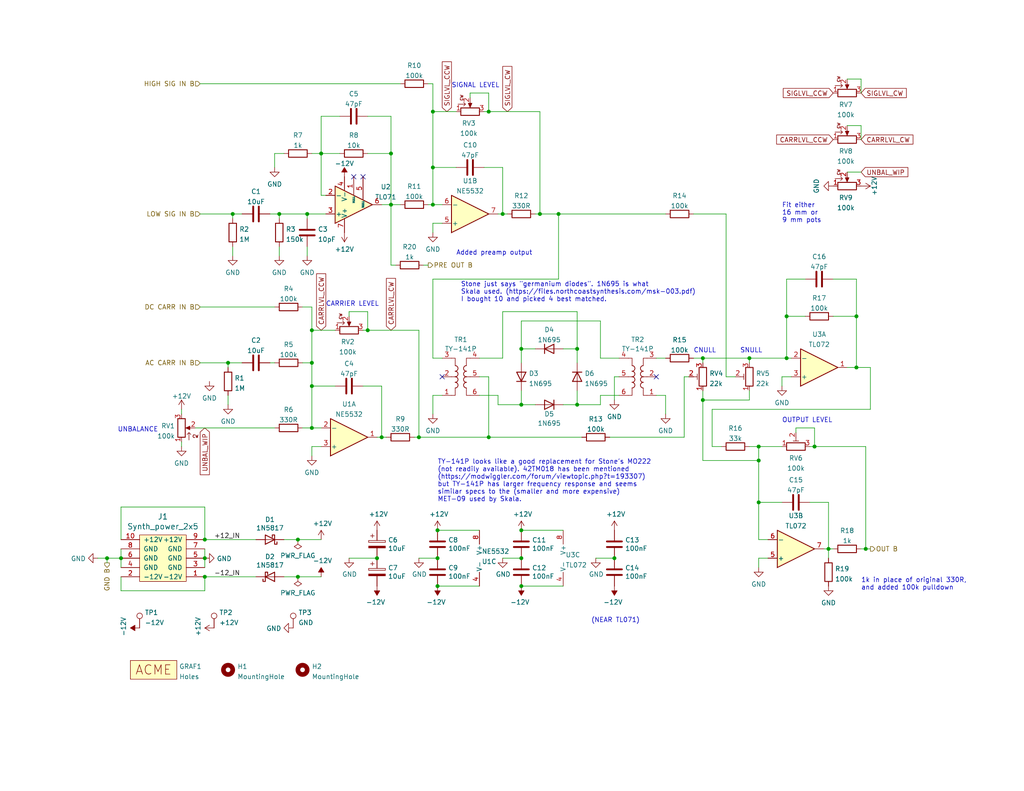
<source format=kicad_sch>
(kicad_sch (version 20210621) (generator eeschema)
  (paper "USLetter")
  (title_block (title "Active Real Ring Modulator") (date "2021-11-20") (company "Rich Holmes / Analog Output") (comment 1 "or neighboring rights to this work. Published from United States.") (comment 2 "To the extent possible under law, Richard Holmes has waived all copyright and related ") (comment 3 "Circuit design by Ken Stone."))
  (junction (at 207.01 125.73))
  (junction (at 142.24 144.78))
  (junction (at 76.2 58.42))
  (junction (at 85.09 99.06))
  (junction (at 102.87 152.4))
  (junction (at 29.21 152.4))
  (junction (at 233.68 86.36))
  (junction (at 119.38 160.02))
  (junction (at 118.11 55.88))
  (junction (at 236.22 149.86))
  (junction (at 118.11 45.72))
  (junction (at 167.64 152.4))
  (junction (at 118.11 30.48))
  (junction (at 133.35 30.48))
  (junction (at 222.25 121.92))
  (junction (at 85.09 90.17))
  (junction (at 233.68 100.33))
  (junction (at 157.48 110.49))
  (junction (at 191.77 97.79))
  (junction (at 214.63 86.36))
  (junction (at 207.01 121.92))
  (junction (at 147.32 58.42))
  (junction (at 33.02 152.4))
  (junction (at 81.28 147.32))
  (junction (at 204.47 97.79))
  (junction (at 62.23 99.06))
  (junction (at 83.82 58.42))
  (junction (at 81.28 157.48))
  (junction (at 119.38 152.4))
  (junction (at 214.63 97.79))
  (junction (at 137.16 58.42))
  (junction (at 114.3 119.38))
  (junction (at 104.14 119.38))
  (junction (at 55.88 152.4))
  (junction (at 157.48 95.25))
  (junction (at 63.5 58.42))
  (junction (at 142.24 152.4))
  (junction (at 152.4 58.42))
  (junction (at 142.24 160.02))
  (junction (at 119.38 144.78))
  (junction (at 85.09 116.84))
  (junction (at 142.24 110.49))
  (junction (at 191.77 109.22))
  (junction (at 100.33 90.17))
  (junction (at 226.06 149.86))
  (junction (at 87.63 41.91))
  (junction (at 207.01 137.16))
  (junction (at 106.68 41.91))
  (junction (at 142.24 95.25))
  (junction (at 55.88 147.32))
  (junction (at 55.88 157.48))
  (junction (at 85.09 105.41))
  (junction (at 106.68 55.88))
  (junction (at 133.35 119.38))
  (no_connect (at 96.52 48.26))
  (no_connect (at 99.06 48.26))
  (no_connect (at 179.07 102.87))
  (no_connect (at 120.65 102.87))
  (wire (pts (xy 163.83 87.63) (xy 163.83 97.79)))
  (wire (pts (xy 191.77 109.22) (xy 191.77 125.73)))
  (wire (pts (xy 88.9 53.34) (xy 87.63 53.34)))
  (wire (pts (xy 163.83 97.79) (xy 168.91 97.79)))
  (wire (pts (xy 233.68 86.36) (xy 233.68 100.33)))
  (wire (pts (xy 236.22 121.92) (xy 236.22 149.86)))
  (wire (pts (xy 142.24 95.25) (xy 142.24 99.06)))
  (wire (pts (xy 106.68 55.88) (xy 106.68 72.39)))
  (wire (pts (xy 106.68 72.39) (xy 107.95 72.39)))
  (wire (pts (xy 54.61 99.06) (xy 62.23 99.06)))
  (wire (pts (xy 55.88 152.4) (xy 55.88 154.94)))
  (wire (pts (xy 234.95 34.29) (xy 234.95 38.1)))
  (wire (pts (xy 132.08 45.72) (xy 137.16 45.72)))
  (wire (pts (xy 222.25 121.92) (xy 236.22 121.92)))
  (wire (pts (xy 118.11 30.48) (xy 124.46 30.48)))
  (wire (pts (xy 207.01 125.73) (xy 207.01 137.16)))
  (wire (pts (xy 118.11 76.2) (xy 118.11 97.79)))
  (wire (pts (xy 53.34 116.84) (xy 74.93 116.84)))
  (wire (pts (xy 118.11 30.48) (xy 118.11 45.72)))
  (wire (pts (xy 114.3 119.38) (xy 133.35 119.38)))
  (wire (pts (xy 233.68 100.33) (xy 237.49 100.33)))
  (wire (pts (xy 137.16 45.72) (xy 137.16 58.42)))
  (wire (pts (xy 152.4 76.2) (xy 118.11 76.2)))
  (wire (pts (xy 137.16 85.09) (xy 157.48 85.09)))
  (wire (pts (xy 77.47 157.48) (xy 81.28 157.48)))
  (wire (pts (xy 85.09 90.17) (xy 85.09 99.06)))
  (wire (pts (xy 55.88 161.29) (xy 55.88 157.48)))
  (wire (pts (xy 118.11 45.72) (xy 124.46 45.72)))
  (wire (pts (xy 146.05 95.25) (xy 142.24 95.25)))
  (wire (pts (xy 191.77 97.79) (xy 191.77 99.06)))
  (wire (pts (xy 74.93 41.91) (xy 77.47 41.91)))
  (wire (pts (xy 220.98 137.16) (xy 226.06 137.16)))
  (wire (pts (xy 236.22 149.86) (xy 234.95 149.86)))
  (wire (pts (xy 81.28 157.48) (xy 87.63 157.48)))
  (wire (pts (xy 130.81 97.79) (xy 137.16 97.79)))
  (wire (pts (xy 119.38 144.78) (xy 130.81 144.78)))
  (wire (pts (xy 133.35 102.87) (xy 133.35 119.38)))
  (wire (pts (xy 157.48 95.25) (xy 153.67 95.25)))
  (wire (pts (xy 118.11 22.86) (xy 118.11 30.48)))
  (wire (pts (xy 217.17 118.11) (xy 217.17 116.84)))
  (wire (pts (xy 120.65 60.96) (xy 118.11 60.96)))
  (wire (pts (xy 113.03 119.38) (xy 114.3 119.38)))
  (wire (pts (xy 63.5 67.31) (xy 63.5 69.85)))
  (wire (pts (xy 179.07 97.79) (xy 181.61 97.79)))
  (wire (pts (xy 106.68 41.91) (xy 106.68 55.88)))
  (wire (pts (xy 73.66 99.06) (xy 74.93 99.06)))
  (wire (pts (xy 118.11 55.88) (xy 116.84 55.88)))
  (wire (pts (xy 54.61 22.86) (xy 109.22 22.86)))
  (wire (pts (xy 85.09 105.41) (xy 85.09 116.84)))
  (wire (pts (xy 138.43 58.42) (xy 137.16 58.42)))
  (wire (pts (xy 204.47 106.68) (xy 204.47 109.22)))
  (wire (pts (xy 157.48 110.49) (xy 157.48 106.68)))
  (wire (pts (xy 102.87 119.38) (xy 104.14 119.38)))
  (wire (pts (xy 137.16 97.79) (xy 137.16 85.09)))
  (wire (pts (xy 226.06 149.86) (xy 226.06 152.4)))
  (wire (pts (xy 104.14 119.38) (xy 105.41 119.38)))
  (wire (pts (xy 204.47 109.22) (xy 191.77 109.22)))
  (wire (pts (xy 63.5 58.42) (xy 66.04 58.42)))
  (wire (pts (xy 137.16 152.4) (xy 142.24 152.4)))
  (wire (pts (xy 33.02 152.4) (xy 33.02 154.94)))
  (wire (pts (xy 194.31 111.76) (xy 194.31 121.92)))
  (wire (pts (xy 62.23 99.06) (xy 62.23 100.33)))
  (wire (pts (xy 168.91 107.95) (xy 163.83 107.95)))
  (wire (pts (xy 81.28 147.32) (xy 87.63 147.32)))
  (wire (pts (xy 135.89 110.49) (xy 142.24 110.49)))
  (wire (pts (xy 87.63 41.91) (xy 87.63 31.75)))
  (wire (pts (xy 85.09 121.92) (xy 87.63 121.92)))
  (wire (pts (xy 231.14 100.33) (xy 233.68 100.33)))
  (wire (pts (xy 55.88 147.32) (xy 69.85 147.32)))
  (wire (pts (xy 115.57 72.39) (xy 116.84 72.39)))
  (wire (pts (xy 236.22 149.86) (xy 237.49 149.86)))
  (wire (pts (xy 147.32 58.42) (xy 152.4 58.42)))
  (wire (pts (xy 114.3 90.17) (xy 114.3 119.38)))
  (wire (pts (xy 104.14 105.41) (xy 104.14 119.38)))
  (wire (pts (xy 222.25 116.84) (xy 222.25 121.92)))
  (wire (pts (xy 106.68 55.88) (xy 104.14 55.88)))
  (wire (pts (xy 85.09 90.17) (xy 91.44 90.17)))
  (wire (pts (xy 133.35 30.48) (xy 147.32 30.48)))
  (wire (pts (xy 181.61 107.95) (xy 181.61 113.03)))
  (wire (pts (xy 33.02 157.48) (xy 33.02 161.29)))
  (wire (pts (xy 100.33 41.91) (xy 106.68 41.91)))
  (wire (pts (xy 82.55 99.06) (xy 85.09 99.06)))
  (wire (pts (xy 76.2 58.42) (xy 83.82 58.42)))
  (wire (pts (xy 207.01 137.16) (xy 207.01 147.32)))
  (wire (pts (xy 217.17 116.84) (xy 222.25 116.84)))
  (wire (pts (xy 207.01 152.4) (xy 207.01 154.94)))
  (wire (pts (xy 226.06 149.86) (xy 224.79 149.86)))
  (wire (pts (xy 85.09 83.82) (xy 85.09 90.17)))
  (wire (pts (xy 100.33 90.17) (xy 114.3 90.17)))
  (wire (pts (xy 191.77 125.73) (xy 207.01 125.73)))
  (wire (pts (xy 207.01 137.16) (xy 213.36 137.16)))
  (wire (pts (xy 227.33 149.86) (xy 226.06 149.86)))
  (wire (pts (xy 82.55 116.84) (xy 85.09 116.84)))
  (wire (pts (xy 83.82 58.42) (xy 88.9 58.42)))
  (wire (pts (xy 130.81 107.95) (xy 135.89 107.95)))
  (wire (pts (xy 186.69 119.38) (xy 186.69 102.87)))
  (wire (pts (xy 189.23 97.79) (xy 191.77 97.79)))
  (wire (pts (xy 214.63 76.2) (xy 214.63 86.36)))
  (wire (pts (xy 29.21 152.4) (xy 33.02 152.4)))
  (wire (pts (xy 26.67 152.4) (xy 29.21 152.4)))
  (wire (pts (xy 157.48 85.09) (xy 157.48 95.25)))
  (wire (pts (xy 214.63 86.36) (xy 219.71 86.36)))
  (wire (pts (xy 207.01 121.92) (xy 207.01 125.73)))
  (wire (pts (xy 152.4 58.42) (xy 181.61 58.42)))
  (wire (pts (xy 186.69 102.87) (xy 187.96 102.87)))
  (wire (pts (xy 227.33 76.2) (xy 233.68 76.2)))
  (wire (pts (xy 142.24 110.49) (xy 146.05 110.49)))
  (wire (pts (xy 213.36 105.41) (xy 213.36 102.87)))
  (wire (pts (xy 118.11 97.79) (xy 120.65 97.79)))
  (wire (pts (xy 77.47 147.32) (xy 81.28 147.32)))
  (wire (pts (xy 213.36 102.87) (xy 215.9 102.87)))
  (wire (pts (xy 62.23 99.06) (xy 66.04 99.06)))
  (wire (pts (xy 191.77 97.79) (xy 204.47 97.79)))
  (wire (pts (xy 207.01 121.92) (xy 213.36 121.92)))
  (wire (pts (xy 198.12 58.42) (xy 198.12 102.87)))
  (wire (pts (xy 220.98 121.92) (xy 222.25 121.92)))
  (wire (pts (xy 209.55 152.4) (xy 207.01 152.4)))
  (wire (pts (xy 118.11 107.95) (xy 118.11 113.03)))
  (wire (pts (xy 137.16 58.42) (xy 135.89 58.42)))
  (wire (pts (xy 204.47 97.79) (xy 214.63 97.79)))
  (wire (pts (xy 95.25 152.4) (xy 102.87 152.4)))
  (wire (pts (xy 227.33 86.36) (xy 233.68 86.36)))
  (wire (pts (xy 214.63 86.36) (xy 214.63 97.79)))
  (wire (pts (xy 132.08 30.48) (xy 133.35 30.48)))
  (wire (pts (xy 54.61 83.82) (xy 74.93 83.82)))
  (wire (pts (xy 135.89 107.95) (xy 135.89 110.49)))
  (wire (pts (xy 226.06 137.16) (xy 226.06 149.86)))
  (wire (pts (xy 128.27 25.4) (xy 128.27 26.67)))
  (wire (pts (xy 76.2 67.31) (xy 76.2 69.85)))
  (wire (pts (xy 231.14 21.59) (xy 234.95 21.59)))
  (wire (pts (xy 234.95 21.59) (xy 234.95 25.4)))
  (wire (pts (xy 55.88 138.43) (xy 55.88 147.32)))
  (wire (pts (xy 142.24 106.68) (xy 142.24 110.49)))
  (wire (pts (xy 119.38 160.02) (xy 130.81 160.02)))
  (wire (pts (xy 153.67 110.49) (xy 157.48 110.49)))
  (wire (pts (xy 147.32 58.42) (xy 146.05 58.42)))
  (wire (pts (xy 167.64 102.87) (xy 167.64 109.22)))
  (wire (pts (xy 100.33 31.75) (xy 106.68 31.75)))
  (wire (pts (xy 82.55 83.82) (xy 85.09 83.82)))
  (wire (pts (xy 29.21 152.4) (xy 29.21 153.67)))
  (wire (pts (xy 207.01 147.32) (xy 209.55 147.32)))
  (wire (pts (xy 87.63 41.91) (xy 87.63 53.34)))
  (wire (pts (xy 237.49 100.33) (xy 237.49 111.76)))
  (wire (pts (xy 157.48 99.06) (xy 157.48 95.25)))
  (wire (pts (xy 162.56 152.4) (xy 167.64 152.4)))
  (wire (pts (xy 214.63 76.2) (xy 219.71 76.2)))
  (wire (pts (xy 128.27 25.4) (xy 133.35 25.4)))
  (wire (pts (xy 168.91 102.87) (xy 167.64 102.87)))
  (wire (pts (xy 83.82 58.42) (xy 83.82 59.69)))
  (wire (pts (xy 83.82 67.31) (xy 83.82 69.85)))
  (wire (pts (xy 85.09 116.84) (xy 87.63 116.84)))
  (wire (pts (xy 163.83 110.49) (xy 157.48 110.49)))
  (wire (pts (xy 62.23 107.95) (xy 62.23 110.49)))
  (wire (pts (xy 198.12 102.87) (xy 200.66 102.87)))
  (wire (pts (xy 63.5 58.42) (xy 63.5 59.69)))
  (wire (pts (xy 87.63 41.91) (xy 92.71 41.91)))
  (wire (pts (xy 76.2 58.42) (xy 76.2 59.69)))
  (wire (pts (xy 147.32 30.48) (xy 147.32 58.42)))
  (wire (pts (xy 100.33 85.09) (xy 100.33 90.17)))
  (wire (pts (xy 179.07 107.95) (xy 181.61 107.95)))
  (wire (pts (xy 118.11 55.88) (xy 120.65 55.88)))
  (wire (pts (xy 99.06 105.41) (xy 104.14 105.41)))
  (wire (pts (xy 33.02 147.32) (xy 33.02 138.43)))
  (wire (pts (xy 204.47 121.92) (xy 207.01 121.92)))
  (wire (pts (xy 142.24 160.02) (xy 153.67 160.02)))
  (wire (pts (xy 106.68 31.75) (xy 106.68 41.91)))
  (wire (pts (xy 106.68 55.88) (xy 109.22 55.88)))
  (wire (pts (xy 133.35 25.4) (xy 133.35 30.48)))
  (wire (pts (xy 189.23 58.42) (xy 198.12 58.42)))
  (wire (pts (xy 85.09 124.46) (xy 85.09 121.92)))
  (wire (pts (xy 99.06 90.17) (xy 100.33 90.17)))
  (wire (pts (xy 85.09 41.91) (xy 87.63 41.91)))
  (wire (pts (xy 95.25 85.09) (xy 100.33 85.09)))
  (wire (pts (xy 163.83 107.95) (xy 163.83 110.49)))
  (wire (pts (xy 33.02 161.29) (xy 55.88 161.29)))
  (wire (pts (xy 54.61 58.42) (xy 63.5 58.42)))
  (wire (pts (xy 74.93 45.72) (xy 74.93 41.91)))
  (wire (pts (xy 49.53 111.76) (xy 49.53 113.03)))
  (wire (pts (xy 33.02 138.43) (xy 55.88 138.43)))
  (wire (pts (xy 231.14 34.29) (xy 234.95 34.29)))
  (wire (pts (xy 33.02 149.86) (xy 33.02 152.4)))
  (wire (pts (xy 49.53 120.65) (xy 49.53 121.92)))
  (wire (pts (xy 130.81 102.87) (xy 133.35 102.87)))
  (wire (pts (xy 85.09 99.06) (xy 85.09 105.41)))
  (wire (pts (xy 118.11 45.72) (xy 118.11 55.88)))
  (wire (pts (xy 204.47 97.79) (xy 204.47 99.06)))
  (wire (pts (xy 95.25 86.36) (xy 95.25 85.09)))
  (wire (pts (xy 118.11 60.96) (xy 118.11 63.5)))
  (wire (pts (xy 237.49 111.76) (xy 194.31 111.76)))
  (wire (pts (xy 85.09 105.41) (xy 91.44 105.41)))
  (wire (pts (xy 214.63 97.79) (xy 215.9 97.79)))
  (wire (pts (xy 152.4 58.42) (xy 152.4 76.2)))
  (wire (pts (xy 55.88 149.86) (xy 55.88 152.4)))
  (wire (pts (xy 118.11 107.95) (xy 120.65 107.95)))
  (wire (pts (xy 114.3 152.4) (xy 119.38 152.4)))
  (wire (pts (xy 73.66 58.42) (xy 76.2 58.42)))
  (wire (pts (xy 133.35 119.38) (xy 158.75 119.38)))
  (wire (pts (xy 116.84 22.86) (xy 118.11 22.86)))
  (wire (pts (xy 233.68 76.2) (xy 233.68 86.36)))
  (wire (pts (xy 142.24 95.25) (xy 142.24 87.63)))
  (wire (pts (xy 55.88 157.48) (xy 69.85 157.48)))
  (wire (pts (xy 231.14 46.99) (xy 234.95 46.99)))
  (wire (pts (xy 194.31 121.92) (xy 196.85 121.92)))
  (wire (pts (xy 142.24 144.78) (xy 153.67 144.78)))
  (wire (pts (xy 166.37 119.38) (xy 186.69 119.38)))
  (wire (pts (xy 191.77 109.22) (xy 191.77 106.68)))
  (wire (pts (xy 87.63 31.75) (xy 92.71 31.75)))
  (wire (pts (xy 142.24 87.63) (xy 163.83 87.63)))
  (text "CNULL" (at 189.23 96.52 0) (effects (font (size 1.27 1.27)) (justify left bottom)))
  (text "OUTPUT LEVEL" (at 213.36 115.57 0) (effects (font (size 1.27 1.27)) (justify left bottom)))
  (text "CARRIER LEVEL" (at 88.9 83.82 0) (effects (font (size 1.27 1.27)) (justify left bottom)))
  (text "1k in place of original 330R, \nand added 100k pulldown" (at 234.95 161.29 0) (effects (font (size 1.27 1.27)) (justify left bottom)))
  (text "Stone just says \"germanium diodes\". 1N695 is what\nSkala used. (https://files.northcoastsynthesis.com/msk-003.pdf)\nI bought 10 and picked 4 best matched." (at 125.73 82.55 0) (effects (font (size 1.27 1.27)) (justify left bottom)))
  (text "Fit either\n16 mm or\n9 mm pots" (at 213.36 60.96 0) (effects (font (size 1.27 1.27)) (justify left bottom)))
  (text "SNULL" (at 201.93 96.52 0) (effects (font (size 1.27 1.27)) (justify left bottom)))
  (text "TY-141P looks like a good replacement for Stone's MO222\n(not readily available). 42TM018 has been mentioned \n(https://modwiggler.com/forum/viewtopic.php?t=193307)\nbut TY-141P has larger frequency response and seems \nsimilar specs to the (smaller and more expensive) \nMET-09 used by Skala." (at 119.38 137.16 0) (effects (font (size 1.27 1.27)) (justify left bottom)))
  (text "SIGNAL LEVEL" (at 123.19 24.13 0) (effects (font (size 1.27 1.27)) (justify left bottom)))
  (text "(NEAR TL071)" (at 161.29 170.18 0) (effects (font (size 1.27 1.27)) (justify left bottom)))
  (text "UNBALANCE" (at 43.18 118.11 180) (effects (font (size 1.27 1.27)) (justify right bottom)))
  (text "Added preamp output" (at 124.46 69.85 0) (effects (font (size 1.27 1.27)) (justify left bottom)))
  (label "-12_IN" (at 58.42 157.48 0))
  (label "+12_IN" (at 58.42 147.32 0))
  (global_label "UNBAL_WIP" (shape input) (at 234.95 46.99 0) (property "Intersheet References" "${INTERSHEET_REFS}" (effects hide)))
  (global_label "CARRLVL_CCW" (shape input) (at 227.33 38.1 180) (property "Intersheet References" "${INTERSHEET_REFS}" (effects hide)))
  (global_label "CARRLVL_CW" (shape input) (at 106.68 90.17 90) (property "Intersheet References" "${INTERSHEET_REFS}" (effects hide)))
  (global_label "SIGLVL_CW" (shape input) (at 138.43 30.48 90) (property "Intersheet References" "${INTERSHEET_REFS}" (effects hide)))
  (global_label "UNBAL_WIP" (shape input) (at 55.88 116.84 270) (property "Intersheet References" "${INTERSHEET_REFS}" (effects hide)))
  (global_label "SIGLVL_CCW" (shape input) (at 121.92 30.48 90) (property "Intersheet References" "${INTERSHEET_REFS}" (effects hide)))
  (global_label "SIGLVL_CCW" (shape input) (at 227.33 25.4 180) (property "Intersheet References" "${INTERSHEET_REFS}" (effects hide)))
  (global_label "CARRLVL_CCW" (shape input) (at 87.63 90.17 90) (property "Intersheet References" "${INTERSHEET_REFS}" (effects hide)))
  (global_label "CARRLVL_CW" (shape input) (at 234.95 38.1 0) (property "Intersheet References" "${INTERSHEET_REFS}" (effects hide)))
  (global_label "SIGLVL_CW" (shape input) (at 234.95 25.4 0) (property "Intersheet References" "${INTERSHEET_REFS}" (effects hide)))
  (hierarchical_label "LOW SIG IN B" (shape input) (at 54.61 58.42 180))
  (hierarchical_label "PRE OUT B" (shape output) (at 116.84 72.39 0))
  (hierarchical_label "AC CARR IN B" (shape input) (at 54.61 99.06 180))
  (hierarchical_label "OUT B" (shape output) (at 237.49 149.86 0))
  (hierarchical_label "DC CARR IN B" (shape input) (at 54.61 83.82 180))
  (hierarchical_label "GND B" (shape output) (at 29.21 153.67 270))
  (hierarchical_label "HIGH SIG IN B" (shape input) (at 54.61 22.86 180))
  (symbol (lib_id "power:-12V") (at 167.64 160.02 180) (unit 1)
    (property "Reference" "#PWR033" (effects hide))
    (property "Value" "-12V" (at 167.259 164.4142 0))
  )
  (symbol (lib_id "power:GND") (at 80.01 171.45 270) (unit 1)
    (property "Reference" "#PWR037" (effects hide))
    (property "Value" "GND" (at 76.7588 171.577 90) (effects (justify right)))
  )
  (symbol (lib_id "ao_symbols:1N5817") (at 73.66 157.48 0) (mirror x) (unit 1)
    (property "Reference" "D2" (at 73.66 151.9936 0))
    (property "Value" "1N5817" (at 73.66 154.305 0))
    (property "Footprint" "ao_tht:D_DO-41_SOD81_P10.16mm_Horizontal" (effects hide))
    (property "Vendor" "Tayda" (effects hide))
    (property "SKU" "A-159" (effects hide))
  )
  (symbol (lib_id "power:-12V") (at 93.98 48.26 0) (unit 1)
    (property "Reference" "#PWR017" (effects hide))
    (property "Value" "-12V" (at 93.98 44.6555 0))
  )
  (symbol (lib_id "ao_symbols:1N5817") (at 73.66 147.32 180) (unit 1)
    (property "Reference" "D1" (at 73.66 141.8336 0))
    (property "Value" "1N5817" (at 73.66 144.145 0))
    (property "Footprint" "ao_tht:D_DO-41_SOD81_P10.16mm_Horizontal" (effects hide))
    (property "Vendor" "Tayda" (effects hide))
    (property "SKU" "A-159" (effects hide))
  )
  (symbol (lib_id "ao_symbols:C") (at 95.25 105.41 90) (unit 1)
    (property "Reference" "C4" (at 95.25 99.2845 90))
    (property "Value" "47pF" (at 95.25 102.0596 90))
    (property "Footprint" "ao_tht:C_Disc_D3.0mm_W1.6mm_P2.50mm" (effects hide))
    (property "Vendor" "Tayda" (effects hide))
  )
  (symbol (lib_id "ao_symbols:Synth_power_2x5") (at 44.45 152.4 0) (unit 1)
    (property "Reference" "J1" (at 44.45 141.0462 0) (effects (font (size 1.524 1.524))))
    (property "Value" "Synth_power_2x5" (at 44.45 143.7386 0) (effects (font (size 1.524 1.524))))
    (property "Footprint" "ao_tht:Power_Header" (effects hide))
    (property "Vendor" "Tayda" (effects hide))
    (property "SKU" "A-2939" (effects hide))
  )
  (symbol (lib_id "power:GND") (at 85.09 124.46 0) (unit 1)
    (property "Reference" "#PWR014" (effects hide))
    (property "Value" "GND" (at 85.09 129.0225 0))
  )
  (symbol (lib_id "Diode:1N4148") (at 149.86 95.25 0) (unit 1)
    (property "Reference" "D4" (at 149.86 90.0135 0))
    (property "Value" "1N695" (at 149.86 92.7886 0))
    (property "Footprint" "ringmod:D_DO-7_P10.16mm_Horizontal" (effects hide))
    (property "Datasheet" "https://assets.nexperia.com/documents/data-sheet/1N4148_1N4448.pdf" (effects hide))
  )
  (symbol (lib_id "Diode:1N4148") (at 142.24 102.87 270) (mirror x) (unit 1)
    (property "Reference" "D3" (at 144.272 101.9615 90) (effects (justify left)))
    (property "Value" "1N695" (at 144.272 104.7366 90) (effects (justify left)))
    (property "Footprint" "ringmod:D_DO-7_P10.16mm_Horizontal" (effects hide))
    (property "Datasheet" "https://assets.nexperia.com/documents/data-sheet/1N4148_1N4448.pdf" (effects hide))
  )
  (symbol (lib_id "ao_symbols:TestPoint") (at 58.42 171.45 0) (unit 1)
    (property "Reference" "TP2" (at 59.817 167.2395 0) (effects (justify left)))
    (property "Value" "+12V" (at 59.817 170.0146 0) (effects (justify left)))
    (property "Footprint" "ao_tht:TestPoint_THTPad_D1.5mm_Drill0.7mm" (effects hide))
  )
  (symbol (lib_id "power:+12V") (at 93.98 63.5 180) (unit 1)
    (property "Reference" "#PWR018" (effects hide))
    (property "Value" "+12V" (at 93.98 68.0625 0))
  )
  (symbol (lib_id "ao_symbols:R") (at 162.56 119.38 90) (unit 1)
    (property "Reference" "R13" (at 162.56 114.3975 90))
    (property "Value" "100k" (at 162.56 117.1726 90))
    (property "Footprint" "ao_tht:R_Axial_DIN0207_L6.3mm_D2.5mm_P10.16mm_Horizontal" (effects hide))
    (property "Vendor" "Tayda" (effects hide))
  )
  (symbol (lib_id "ao_symbols:R") (at 185.42 97.79 90) (unit 1)
    (property "Reference" "R15" (at 185.42 92.8075 90))
    (property "Value" "100k" (at 185.42 95.5826 90))
    (property "Footprint" "ao_tht:R_Axial_DIN0207_L6.3mm_D2.5mm_P10.16mm_Horizontal" (effects hide))
    (property "Vendor" "Tayda" (effects hide))
  )
  (symbol (lib_id "ao_symbols:C") (at 223.52 76.2 90) (unit 1)
    (property "Reference" "C16" (at 223.52 70.0745 90))
    (property "Value" "47pF" (at 223.52 72.8496 90))
    (property "Footprint" "ao_tht:C_Disc_D3.0mm_W1.6mm_P2.50mm" (effects hide))
    (property "Vendor" "Tayda" (effects hide))
  )
  (symbol (lib_id "power:PWR_FLAG") (at 81.28 147.32 0) (mirror x) (unit 1)
    (property "Reference" "#FLG01" (effects hide))
    (property "Value" "PWR_FLAG" (at 81.28 151.7142 0))
  )
  (symbol (lib_id "power:GND") (at 213.36 105.41 0) (unit 1)
    (property "Reference" "#PWR036" (effects hide))
    (property "Value" "GND" (at 213.36 109.9725 0))
  )
  (symbol (lib_id "ao_symbols:TestPoint") (at 38.1 171.45 0) (unit 1)
    (property "Reference" "TP1" (at 39.497 167.2395 0) (effects (justify left)))
    (property "Value" "-12V" (at 39.497 170.0146 0) (effects (justify left)))
    (property "Footprint" "ao_tht:TestPoint_THTPad_D1.5mm_Drill0.7mm" (effects hide))
  )
  (symbol (lib_id "ao_symbols:R") (at 113.03 22.86 90) (unit 1)
    (property "Reference" "R10" (at 113.03 17.8775 90))
    (property "Value" "100k" (at 113.03 20.6526 90))
    (property "Footprint" "ao_tht:R_Axial_DIN0207_L6.3mm_D2.5mm_P10.16mm_Horizontal" (effects hide))
    (property "Vendor" "Tayda" (effects hide))
  )
  (symbol (lib_id "ao_symbols:R") (at 185.42 58.42 90) (unit 1)
    (property "Reference" "R14" (at 185.42 53.4375 90))
    (property "Value" "100k" (at 185.42 56.2126 90))
    (property "Footprint" "ao_tht:R_Axial_DIN0207_L6.3mm_D2.5mm_P10.16mm_Horizontal" (effects hide))
    (property "Vendor" "Tayda" (effects hide))
  )
  (symbol (lib_id "Amplifier_Operational:NE5532") (at 95.25 119.38 0) (mirror x) (unit 1)
    (property "Reference" "U1" (at 95.25 110.3335 0))
    (property "Value" "NE5532" (at 95.25 113.1086 0))
    (property "Footprint" "ao_tht:DIP-8_W7.62mm_Socket_LongPads" (effects hide))
    (property "Datasheet" "http://www.ti.com/lit/ds/symlink/ne5532.pdf" (effects hide))
  )
  (symbol (lib_id "ao_symbols:R") (at 200.66 121.92 90) (unit 1)
    (property "Reference" "R16" (at 200.66 116.9375 90))
    (property "Value" "33k" (at 200.66 119.7126 90))
    (property "Footprint" "ao_tht:R_Axial_DIN0207_L6.3mm_D2.5mm_P10.16mm_Horizontal" (effects hide))
    (property "Vendor" "Tayda" (effects hide))
  )
  (symbol (lib_id "power:GND") (at 114.3 152.4 0) (unit 1)
    (property "Reference" "#PWR022" (effects hide))
    (property "Value" "GND" (at 114.427 156.7942 0))
  )
  (symbol (lib_id "ao_symbols:R") (at 76.2 63.5 0) (unit 1)
    (property "Reference" "R3" (at 77.978 62.5915 0) (effects (justify left)))
    (property "Value" "150k" (at 77.978 65.3666 0) (effects (justify left)))
    (property "Footprint" "ao_tht:R_Axial_DIN0207_L6.3mm_D2.5mm_P10.16mm_Horizontal" (effects hide))
    (property "Vendor" "Tayda" (effects hide))
  )
  (symbol (lib_id "ao_symbols:R") (at 113.03 55.88 90) (unit 1)
    (property "Reference" "R11" (at 113.03 50.8975 90))
    (property "Value" "100k" (at 113.03 53.6726 90))
    (property "Footprint" "ao_tht:R_Axial_DIN0207_L6.3mm_D2.5mm_P10.16mm_Horizontal" (effects hide))
    (property "Vendor" "Tayda" (effects hide))
  )
  (symbol (lib_id "ao_symbols:R") (at 142.24 58.42 90) (unit 1)
    (property "Reference" "R12" (at 142.24 53.4375 90))
    (property "Value" "330R" (at 142.24 56.2126 90))
    (property "Footprint" "ao_tht:R_Axial_DIN0207_L6.3mm_D2.5mm_P10.16mm_Horizontal" (effects hide))
    (property "Vendor" "Tayda" (effects hide))
  )
  (symbol (lib_id "ao_symbols:C") (at 142.24 156.21 0) (unit 1)
    (property "Reference" "C12" (at 145.161 155.0416 0) (effects (justify left)))
    (property "Value" "100nF" (at 145.161 157.353 0) (effects (justify left)))
    (property "Footprint" "ao_tht:C_Disc_D3.0mm_W1.6mm_P2.50mm" (effects hide))
    (property "Vendor" "Tayda" (effects hide))
    (property "SKU" "A-553" (effects hide))
  )
  (symbol (lib_id "power:GND") (at 76.2 69.85 0) (unit 1)
    (property "Reference" "#PWR012" (effects hide))
    (property "Value" "GND" (at 76.2 74.4125 0))
  )
  (symbol (lib_id "power:GND") (at 95.25 152.4 0) (unit 1)
    (property "Reference" "#PWR019" (effects hide))
    (property "Value" "GND" (at 95.377 156.7942 0))
  )
  (symbol (lib_id "ao_symbols:TL072") (at 223.52 100.33 0) (mirror x) (unit 1)
    (property "Reference" "U3" (at 223.52 91.2835 0))
    (property "Value" "TL072" (at 223.52 94.0586 0))
    (property "Footprint" "ao_tht:DIP-8_W7.62mm_Socket_LongPads" (effects hide))
    (property "Vendor" "Tayda" (effects hide))
    (property "SKU" "A-037" (effects hide))
  )
  (symbol (lib_id "ao_symbols:R") (at 96.52 41.91 90) (unit 1)
    (property "Reference" "R8" (at 96.52 36.9275 90))
    (property "Value" "10k" (at 96.52 39.7026 90))
    (property "Footprint" "ao_tht:R_Axial_DIN0207_L6.3mm_D2.5mm_P10.16mm_Horizontal" (effects hide))
    (property "Vendor" "Tayda" (effects hide))
  )
  (symbol (lib_id "Diode:1N4148") (at 157.48 102.87 90) (mirror x) (unit 1)
    (property "Reference" "D6" (at 159.512 101.9615 90) (effects (justify right)))
    (property "Value" "1N695" (at 159.512 104.7366 90) (effects (justify right)))
    (property "Footprint" "ringmod:D_DO-7_P10.16mm_Horizontal" (effects hide))
    (property "Datasheet" "https://assets.nexperia.com/documents/data-sheet/1N4148_1N4448.pdf" (effects hide))
  )
  (symbol (lib_id "power:GND") (at 181.61 113.03 0) (unit 1)
    (property "Reference" "#PWR034" (effects hide))
    (property "Value" "GND" (at 181.61 117.5925 0))
  )
  (symbol (lib_id "ao_symbols:R_POT_TRIM_3296W") (at 217.17 121.92 90) (unit 1)
    (property "Reference" "RV6" (at 217.17 125.0855 90))
    (property "Value" "100k" (at 217.17 127.8606 90))
    (property "Footprint" "ao_tht:Potentiometer_Bourns_3296W_Vertical_standard" (effects hide))
    (property "Vendor" "Tayda" (effects hide))
  )
  (symbol (lib_id "power:+12V") (at 87.63 147.32 0) (unit 1)
    (property "Reference" "#PWR015" (effects hide))
    (property "Value" "+12V" (at 88.011 142.9258 0))
  )
  (symbol (lib_id "Amplifier_Operational:NE5532") (at 128.27 152.4 0) (mirror y) (unit 3)
    (property "Reference" "U1" (at 131.445 153.3085 0) (effects (justify right)))
    (property "Value" "NE5532" (at 131.445 150.5334 0) (effects (justify right)))
    (property "Footprint" "ao_tht:DIP-8_W7.62mm_Socket_LongPads" (effects hide))
    (property "Datasheet" "http://www.ti.com/lit/ds/symlink/ne5532.pdf" (effects hide))
  )
  (symbol (lib_id "power:GND") (at 137.16 152.4 0) (unit 1)
    (property "Reference" "#PWR027" (effects hide))
    (property "Value" "GND" (at 137.287 156.7942 0))
  )
  (symbol (lib_name "R_POT_3") (lib_id "ao_symbols:R_POT") (at 49.53 116.84 0) (unit 1)
    (property "Reference" "RV1" (at 47.752 116.2871 0) (effects (justify right)))
    (property "Value" "100k" (at 47.752 119.0622 0) (effects (justify right)))
    (property "Footprint" "ao_tht:Potentiometer_Alpha_16mm_Single_Vertical" (effects hide))
    (property "Vendor" "Tayda" (effects hide))
  )
  (symbol (lib_name "R_POT_4") (lib_id "ao_symbols:R_POT") (at 231.14 50.8 270) (mirror x) (unit 1)
    (property "Reference" "RV9" (at 230.7844 53.9655 90))
    (property "Value" "100k" (at 230.7844 56.7406 90))
    (property "Footprint" "ao_tht:Potentiometer_Alpha_RD901F-40-00D_Single_Vertical_centered" (effects hide))
    (property "Vendor" "Tayda" (effects hide))
  )
  (symbol (lib_id "ao_symbols:R") (at 109.22 119.38 90) (unit 1)
    (property "Reference" "R9" (at 109.22 114.3975 90))
    (property "Value" "330R" (at 109.22 117.1726 90))
    (property "Footprint" "ao_tht:R_Axial_DIN0207_L6.3mm_D2.5mm_P10.16mm_Horizontal" (effects hide))
    (property "Vendor" "Tayda" (effects hide))
  )
  (symbol (lib_id "ao_symbols:TL071") (at 96.52 55.88 0) (mirror x) (unit 1)
    (property "Reference" "U2" (at 105.2535 51.0243 0))
    (property "Value" "TL071" (at 105.2535 53.7994 0))
    (property "Footprint" "ao_tht:DIP-8_W7.62mm_Socket_LongPads" (effects hide))
    (property "Vendor" "Tayda" (effects hide))
    (property "SKU" "A-1135" (effects hide))
  )
  (symbol (lib_id "power:GND") (at 26.67 152.4 270) (unit 1)
    (property "Reference" "#PWR01" (effects hide))
    (property "Value" "GND" (at 23.4188 152.527 90) (effects (justify right)))
  )
  (symbol (lib_id "ao_symbols:C") (at 128.27 45.72 90) (unit 1)
    (property "Reference" "C10" (at 128.27 39.5945 90))
    (property "Value" "47pF" (at 128.27 42.3696 90))
    (property "Footprint" "ao_tht:C_Disc_D3.0mm_W1.6mm_P2.50mm" (effects hide))
    (property "Vendor" "Tayda" (effects hide))
  )
  (symbol (lib_id "ao_symbols:CP") (at 102.87 148.59 0) (unit 1)
    (property "Reference" "C6" (at 105.8672 147.4216 0) (effects (justify left)))
    (property "Value" "10uF" (at 105.8672 149.733 0) (effects (justify left)))
    (property "Footprint" "ao_tht:CP_Radial_D6.3mm_P2.50mm" (effects hide))
    (property "Vendor" "Tayda" (effects hide))
    (property "SKU" "A-4349" (effects hide))
  )
  (symbol (lib_id "ao_symbols:TL072") (at 156.21 152.4 0) (unit 3)
    (property "Reference" "U3" (at 154.305 151.4915 0) (effects (justify left)))
    (property "Value" "TL072" (at 154.305 154.2666 0) (effects (justify left)))
    (property "Footprint" "ao_tht:DIP-8_W7.62mm_Socket_LongPads" (effects hide))
    (property "Vendor" "Tayda" (effects hide))
    (property "SKU" "A-037" (effects hide))
  )
  (symbol (lib_id "ao_symbols:Graphic") (at 41.91 182.88 0) (unit 1)
    (property "Reference" "GRAF1" (at 48.895 181.9715 0) (effects (justify left)))
    (property "Value" "Holes" (at 48.895 184.7466 0) (effects (justify left)))
    (property "Footprint" "ringmod_panel:ringmod_panel_holes" (effects hide))
    (property "Config" "DNF" (effects hide))
  )
  (symbol (lib_id "ao_symbols:C") (at 119.38 156.21 0) (unit 1)
    (property "Reference" "C9" (at 122.301 155.0416 0) (effects (justify left)))
    (property "Value" "100nF" (at 122.301 157.353 0) (effects (justify left)))
    (property "Footprint" "ao_tht:C_Disc_D3.0mm_W1.6mm_P2.50mm" (effects hide))
    (property "Vendor" "Tayda" (effects hide))
    (property "SKU" "A-553" (effects hide))
  )
  (symbol (lib_id "power:+12V") (at 49.53 111.76 0) (unit 1)
    (property "Reference" "#PWR02" (effects hide))
    (property "Value" "+12V" (at 49.53 108.1555 0))
  )
  (symbol (lib_id "power:-12V") (at 102.87 160.02 180) (unit 1)
    (property "Reference" "#PWR021" (effects hide))
    (property "Value" "-12V" (at 102.489 164.4142 0))
  )
  (symbol (lib_id "power:GND") (at 118.11 63.5 0) (unit 1)
    (property "Reference" "#PWR023" (effects hide))
    (property "Value" "GND" (at 118.11 68.0625 0))
  )
  (symbol (lib_id "ao_symbols:R") (at 78.74 83.82 90) (unit 1)
    (property "Reference" "R4" (at 78.74 78.8375 90))
    (property "Value" "100k" (at 78.74 81.6126 90))
    (property "Footprint" "ao_tht:R_Axial_DIN0207_L6.3mm_D2.5mm_P10.16mm_Horizontal" (effects hide))
    (property "Vendor" "Tayda" (effects hide))
  )
  (symbol (lib_id "ao_symbols:R") (at 63.5 63.5 0) (unit 1)
    (property "Reference" "R2" (at 65.278 62.5915 0) (effects (justify left)))
    (property "Value" "1M" (at 65.278 65.3666 0) (effects (justify left)))
    (property "Footprint" "ao_tht:R_Axial_DIN0207_L6.3mm_D2.5mm_P10.16mm_Horizontal" (effects hide))
    (property "Vendor" "Tayda" (effects hide))
  )
  (symbol (lib_id "ao_symbols:C") (at 142.24 148.59 0) (unit 1)
    (property "Reference" "C11" (at 145.161 147.4216 0) (effects (justify left)))
    (property "Value" "100nF" (at 145.161 149.733 0) (effects (justify left)))
    (property "Footprint" "ao_tht:C_Disc_D3.0mm_W1.6mm_P2.50mm" (effects hide))
    (property "Vendor" "Tayda" (effects hide))
    (property "SKU" "A-553" (effects hide))
  )
  (symbol (lib_name "R_POT_2") (lib_id "ao_symbols:R_POT") (at 95.25 90.17 270) (mirror x) (unit 1)
    (property "Reference" "RV2" (at 94.8944 93.3355 90))
    (property "Value" "100k" (at 94.8944 96.1106 90))
    (property "Footprint" "ao_tht:Potentiometer_Alpha_16mm_Single_Vertical" (effects hide))
    (property "Vendor" "Tayda" (effects hide))
  )
  (symbol (lib_name "R_POT_5") (lib_id "ao_symbols:R_POT") (at 231.14 38.1 270) (mirror x) (unit 1)
    (property "Reference" "RV8" (at 230.7844 41.2655 90))
    (property "Value" "100k" (at 230.7844 44.0406 90))
    (property "Footprint" "ao_tht:Potentiometer_Alpha_RD901F-40-00D_Single_Vertical_centered" (effects hide))
    (property "Vendor" "Tayda" (effects hide))
  )
  (symbol (lib_id "ao_symbols:R_POT_TRIM_3296W") (at 191.77 102.87 180) (unit 1)
    (property "Reference" "RV4" (at 193.548 101.9615 0) (effects (justify right)))
    (property "Value" "22k" (at 193.548 104.7366 0) (effects (justify right)))
    (property "Footprint" "ao_tht:Potentiometer_Bourns_3296W_Vertical_standard" (effects hide))
    (property "Vendor" "Tayda" (effects hide))
  )
  (symbol (lib_id "power:+12V") (at 102.87 144.78 0) (unit 1)
    (property "Reference" "#PWR020" (effects hide))
    (property "Value" "+12V" (at 103.251 140.3858 0))
  )
  (symbol (lib_id "power:+12V") (at 142.24 144.78 0) (unit 1)
    (property "Reference" "#PWR028" (effects hide))
    (property "Value" "+12V" (at 142.621 140.3858 0))
  )
  (symbol (lib_id "power:+12V") (at 167.64 144.78 0) (unit 1)
    (property "Reference" "#PWR032" (effects hide))
    (property "Value" "+12V" (at 168.021 140.3858 0))
  )
  (symbol (lib_id "power:+12V") (at 58.42 171.45 90) (unit 1)
    (property "Reference" "#PWR07" (effects hide))
    (property "Value" "+12V" (at 54.0258 171.069 0))
  )
  (symbol (lib_id "ao_symbols:R") (at 111.76 72.39 90) (unit 1)
    (property "Reference" "R20" (at 111.76 67.4075 90))
    (property "Value" "1k" (at 111.76 70.1826 90))
    (property "Footprint" "ao_tht:R_Axial_DIN0207_L6.3mm_D2.5mm_P10.16mm_Horizontal" (effects hide))
    (property "Vendor" "Tayda" (effects hide))
  )
  (symbol (lib_id "ao_symbols:TL072") (at 217.17 149.86 0) (mirror x) (unit 2)
    (property "Reference" "U3" (at 217.17 140.8135 0))
    (property "Value" "TL072" (at 217.17 143.5886 0))
    (property "Footprint" "ao_tht:DIP-8_W7.62mm_Socket_LongPads" (effects hide))
    (property "Vendor" "Tayda" (effects hide))
    (property "SKU" "A-037" (effects hide))
  )
  (symbol (lib_id "ao_symbols:R") (at 231.14 149.86 90) (unit 1)
    (property "Reference" "R18" (at 231.14 144.8775 90))
    (property "Value" "1k" (at 231.14 147.6526 90))
    (property "Footprint" "ao_tht:R_Axial_DIN0207_L6.3mm_D2.5mm_P10.16mm_Horizontal" (effects hide))
    (property "Vendor" "Tayda" (effects hide))
  )
  (symbol (lib_id "power:GND") (at 207.01 154.94 0) (unit 1)
    (property "Reference" "#PWR035" (effects hide))
    (property "Value" "GND" (at 207.01 159.5025 0))
  )
  (symbol (lib_id "ao_symbols:C") (at 167.64 156.21 0) (unit 1)
    (property "Reference" "C14" (at 170.561 155.0416 0) (effects (justify left)))
    (property "Value" "100nF" (at 170.561 157.353 0) (effects (justify left)))
    (property "Footprint" "ao_tht:C_Disc_D3.0mm_W1.6mm_P2.50mm" (effects hide))
    (property "Vendor" "Tayda" (effects hide))
    (property "SKU" "A-553" (effects hide))
  )
  (symbol (lib_id "ao_symbols:C") (at 69.85 99.06 270) (unit 1)
    (property "Reference" "C2" (at 69.85 92.9345 90))
    (property "Value" "10uF" (at 69.85 95.7096 90))
    (property "Footprint" "Capacitor_THT:C_Radial_D6.3mm_H11.0mm_P2.50mm" (effects hide))
    (property "Vendor" "Tayda" (effects hide))
  )
  (symbol (lib_id "ao_symbols:C") (at 167.64 148.59 0) (unit 1)
    (property "Reference" "C13" (at 170.561 147.4216 0) (effects (justify left)))
    (property "Value" "100nF" (at 170.561 149.733 0) (effects (justify left)))
    (property "Footprint" "ao_tht:C_Disc_D3.0mm_W1.6mm_P2.50mm" (effects hide))
    (property "Vendor" "Tayda" (effects hide))
    (property "SKU" "A-553" (effects hide))
  )
  (symbol (lib_id "power:+12V") (at 119.38 144.78 0) (unit 1)
    (property "Reference" "#PWR025" (effects hide))
    (property "Value" "+12V" (at 119.761 140.3858 0))
  )
  (symbol (lib_id "ao_symbols:R") (at 62.23 104.14 0) (unit 1)
    (property "Reference" "R1" (at 64.008 103.2315 0) (effects (justify left)))
    (property "Value" "1M" (at 64.008 106.0066 0) (effects (justify left)))
    (property "Footprint" "ao_tht:R_Axial_DIN0207_L6.3mm_D2.5mm_P10.16mm_Horizontal" (effects hide))
    (property "Vendor" "Tayda" (effects hide))
  )
  (symbol (lib_id "power:-12V") (at 87.63 157.48 0) (unit 1)
    (property "Reference" "#PWR016" (effects hide))
    (property "Value" "-12V" (at 88.011 153.0858 0))
  )
  (symbol (lib_id "ao_symbols:R") (at 78.74 99.06 90) (unit 1)
    (property "Reference" "R5" (at 78.74 94.0775 90))
    (property "Value" "100k" (at 78.74 96.8526 90))
    (property "Footprint" "ao_tht:R_Axial_DIN0207_L6.3mm_D2.5mm_P10.16mm_Horizontal" (effects hide))
    (property "Vendor" "Tayda" (effects hide))
  )
  (symbol (lib_id "power:GND") (at 49.53 121.92 0) (unit 1)
    (property "Reference" "#PWR03" (effects hide))
    (property "Value" "GND" (at 49.53 126.4825 0))
  )
  (symbol (lib_id "power:-12V") (at 38.1 171.45 90) (unit 1)
    (property "Reference" "#PWR06" (effects hide))
    (property "Value" "-12V" (at 33.7058 171.069 0))
  )
  (symbol (lib_id "power:PWR_FLAG") (at 81.28 157.48 0) (mirror x) (unit 1)
    (property "Reference" "#FLG02" (effects hide))
    (property "Value" "PWR_FLAG" (at 81.28 161.8742 0))
  )
  (symbol (lib_id "power:GND") (at 74.93 45.72 0) (unit 1)
    (property "Reference" "#PWR011" (effects hide))
    (property "Value" "GND" (at 74.93 50.2825 0))
  )
  (symbol (lib_id "ao_symbols:C") (at 119.38 148.59 0) (unit 1)
    (property "Reference" "C8" (at 122.301 147.4216 0) (effects (justify left)))
    (property "Value" "100nF" (at 122.301 149.733 0) (effects (justify left)))
    (property "Footprint" "ao_tht:C_Disc_D3.0mm_W1.6mm_P2.50mm" (effects hide))
    (property "Vendor" "Tayda" (effects hide))
    (property "SKU" "A-553" (effects hide))
  )
  (symbol (lib_id "Transformer:ADTT1-1") (at 173.99 102.87 0) (mirror y) (unit 1)
    (property "Reference" "TR2" (at 173.99 92.71 0))
    (property "Value" "TY-141P" (at 173.99 95.25 0))
    (property "Footprint" "ringmod:Transformer_TY-141P" (effects hide))
    (property "Datasheet" "https://www.minicircuits.com/pdfs/ADTT1-1+.pdf" (effects hide))
  )
  (symbol (lib_id "power:GND") (at 167.64 109.22 0) (unit 1)
    (property "Reference" "#PWR031" (effects hide))
    (property "Value" "GND" (at 167.64 113.7825 0))
  )
  (symbol (lib_id "power:GND") (at 162.56 152.4 0) (unit 1)
    (property "Reference" "#PWR030" (effects hide))
    (property "Value" "GND" (at 162.687 156.7942 0))
  )
  (symbol (lib_id "power:GND") (at 63.5 69.85 0) (unit 1)
    (property "Reference" "#PWR010" (effects hide))
    (property "Value" "GND" (at 63.5 74.4125 0))
  )
  (symbol (lib_id "ao_symbols:R") (at 226.06 156.21 180) (unit 1)
    (property "Reference" "R19" (at 227.838 155.3015 0) (effects (justify right)))
    (property "Value" "100k" (at 227.838 158.0766 0) (effects (justify right)))
    (property "Footprint" "ao_tht:R_Axial_DIN0207_L6.3mm_D2.5mm_P10.16mm_Horizontal" (effects hide))
    (property "Vendor" "Tayda" (effects hide))
  )
  (symbol (lib_id "power:GND") (at 55.88 152.4 90) (mirror x) (unit 1)
    (property "Reference" "#PWR04" (effects hide))
    (property "Value" "GND" (at 59.1312 152.527 90) (effects (justify right)))
  )
  (symbol (lib_id "Transformer:ADTT1-1") (at 125.73 102.87 0) (unit 1)
    (property "Reference" "TR1" (at 125.73 92.71 0))
    (property "Value" "TY-141P" (at 125.73 95.25 0))
    (property "Footprint" "ringmod:Transformer_TY-141P" (effects hide))
    (property "Datasheet" "https://www.minicircuits.com/pdfs/ADTT1-1+.pdf" (effects hide))
  )
  (symbol (lib_id "ao_symbols:C") (at 96.52 31.75 90) (unit 1)
    (property "Reference" "C5" (at 96.52 25.6245 90))
    (property "Value" "47pF" (at 96.52 28.3996 90))
    (property "Footprint" "ao_tht:C_Disc_D3.0mm_W1.6mm_P2.50mm" (effects hide))
    (property "Vendor" "Tayda" (effects hide))
  )
  (symbol (lib_id "ao_symbols:C") (at 69.85 58.42 270) (unit 1)
    (property "Reference" "C1" (at 69.85 52.2945 90))
    (property "Value" "10uF" (at 69.85 55.0696 90))
    (property "Footprint" "Capacitor_THT:C_Radial_D6.3mm_H11.0mm_P2.50mm" (effects hide))
    (property "Vendor" "Tayda" (effects hide))
  )
  (symbol (lib_id "ao_symbols:C") (at 83.82 63.5 180) (unit 1)
    (property "Reference" "C3" (at 86.741 62.5915 0) (effects (justify right)))
    (property "Value" "10pF" (at 86.741 65.3666 0) (effects (justify right)))
    (property "Footprint" "ao_tht:C_Disc_D3.0mm_W1.6mm_P2.50mm" (effects hide))
    (property "Vendor" "Tayda" (effects hide))
  )
  (symbol (lib_id "ao_symbols:R_POT_TRIM_3296W") (at 204.47 102.87 180) (unit 1)
    (property "Reference" "RV5" (at 206.248 101.9615 0) (effects (justify right)))
    (property "Value" "22k" (at 206.248 104.7366 0) (effects (justify right)))
    (property "Footprint" "ao_tht:Potentiometer_Bourns_3296W_Vertical_standard" (effects hide))
    (property "Vendor" "Tayda" (effects hide))
  )
  (symbol (lib_id "power:GND") (at 83.82 69.85 0) (unit 1)
    (property "Reference" "#PWR013" (effects hide))
    (property "Value" "GND" (at 83.82 74.4125 0))
  )
  (symbol (lib_id "ao_symbols:MountingHole") (at 62.23 182.88 0) (unit 1)
    (property "Reference" "H1" (at 64.77 181.9715 0) (effects (justify left)))
    (property "Value" "MountingHole" (at 64.77 184.7466 0) (effects (justify left)))
    (property "Footprint" "ao_tht:MountingHole_3.2mm_M3" (effects hide))
    (property "Config" "DNF" (effects hide))
  )
  (symbol (lib_id "ao_symbols:CP") (at 102.87 156.21 0) (unit 1)
    (property "Reference" "C7" (at 105.8672 155.0416 0) (effects (justify left)))
    (property "Value" "10uF" (at 105.8672 157.353 0) (effects (justify left)))
    (property "Footprint" "ao_tht:CP_Radial_D6.3mm_P2.50mm" (effects hide))
    (property "Vendor" "Tayda" (effects hide))
    (property "SKU" "A-4349" (effects hide))
  )
  (symbol (lib_id "power:GND") (at 118.11 113.03 0) (unit 1)
    (property "Reference" "#PWR024" (effects hide))
    (property "Value" "GND" (at 118.11 117.5925 0))
  )
  (symbol (lib_id "Amplifier_Operational:NE5532") (at 128.27 58.42 0) (mirror x) (unit 2)
    (property "Reference" "U1" (at 128.27 49.3735 0))
    (property "Value" "NE5532" (at 128.27 52.1486 0))
    (property "Footprint" "ao_tht:DIP-8_W7.62mm_Socket_LongPads" (effects hide))
    (property "Datasheet" "http://www.ti.com/lit/ds/symlink/ne5532.pdf" (effects hide))
  )
  (symbol (lib_id "ao_symbols:TestPoint") (at 80.01 171.45 0) (unit 1)
    (property "Reference" "TP3" (at 81.407 167.2395 0) (effects (justify left)))
    (property "Value" "GND" (at 81.407 170.0146 0) (effects (justify left)))
    (property "Footprint" "ao_tht:TestPoint_THTPad_1.5x1.5mm_Drill0.7mm" (effects hide))
  )
  (symbol (lib_id "ao_symbols:R") (at 81.28 41.91 90) (unit 1)
    (property "Reference" "R7" (at 81.28 36.9275 90))
    (property "Value" "1k" (at 81.28 39.7026 90))
    (property "Footprint" "ao_tht:R_Axial_DIN0207_L6.3mm_D2.5mm_P10.16mm_Horizontal" (effects hide))
    (property "Vendor" "Tayda" (effects hide))
  )
  (symbol (lib_id "power:+12V") (at 234.95 50.8 270) (unit 1)
    (property "Reference" "#PWR039" (effects hide))
    (property "Value" "+12V" (at 238.5545 50.8 0))
  )
  (symbol (lib_id "power:GND") (at 57.15 104.14 0) (unit 1)
    (property "Reference" "#PWR08" (effects hide))
    (property "Value" "GND" (at 57.15 108.7025 0))
  )
  (symbol (lib_id "ao_symbols:MountingHole") (at 82.55 182.88 0) (unit 1)
    (property "Reference" "H2" (at 85.09 181.9715 0) (effects (justify left)))
    (property "Value" "MountingHole" (at 85.09 184.7466 0) (effects (justify left)))
    (property "Footprint" "ao_tht:MountingHole_3.2mm_M3" (effects hide))
    (property "Config" "DNF" (effects hide))
  )
  (symbol (lib_id "power:-12V") (at 142.24 160.02 180) (unit 1)
    (property "Reference" "#PWR029" (effects hide))
    (property "Value" "-12V" (at 141.859 164.4142 0))
  )
  (symbol (lib_id "ao_symbols:C") (at 217.17 137.16 90) (unit 1)
    (property "Reference" "C15" (at 217.17 131.0345 90))
    (property "Value" "47pF" (at 217.17 133.8096 90))
    (property "Footprint" "ao_tht:C_Disc_D3.0mm_W1.6mm_P2.50mm" (effects hide))
    (property "Vendor" "Tayda" (effects hide))
  )
  (symbol (lib_id "Diode:1N4148") (at 149.86 110.49 180) (unit 1)
    (property "Reference" "D5" (at 149.86 113.03 0))
    (property "Value" "1N695" (at 149.86 115.57 0))
    (property "Footprint" "ringmod:D_DO-7_P10.16mm_Horizontal" (effects hide))
    (property "Datasheet" "https://assets.nexperia.com/documents/data-sheet/1N4148_1N4448.pdf" (effects hide))
  )
  (symbol (lib_id "power:-12V") (at 119.38 160.02 180) (unit 1)
    (property "Reference" "#PWR026" (effects hide))
    (property "Value" "-12V" (at 118.999 164.4142 0))
  )
  (symbol (lib_id "ao_symbols:R") (at 223.52 86.36 90) (unit 1)
    (property "Reference" "R17" (at 223.52 81.3775 90))
    (property "Value" "100k" (at 223.52 84.1526 90))
    (property "Footprint" "ao_tht:R_Axial_DIN0207_L6.3mm_D2.5mm_P10.16mm_Horizontal" (effects hide))
    (property "Vendor" "Tayda" (effects hide))
  )
  (symbol (lib_id "power:GND") (at 226.06 160.02 0) (unit 1)
    (property "Reference" "#PWR05" (effects hide))
    (property "Value" "GND" (at 226.06 164.5825 0))
  )
  (symbol (lib_name "R_POT_6") (lib_id "ao_symbols:R_POT") (at 231.14 25.4 270) (mirror x) (unit 1)
    (property "Reference" "RV7" (at 230.7844 28.5655 90))
    (property "Value" "100k" (at 230.7844 31.3406 90))
    (property "Footprint" "ao_tht:Potentiometer_Alpha_RD901F-40-00D_Single_Vertical_centered" (effects hide))
    (property "Vendor" "Tayda" (effects hide))
  )
  (symbol (lib_id "ao_symbols:R") (at 78.74 116.84 90) (unit 1)
    (property "Reference" "R6" (at 78.74 111.8575 90))
    (property "Value" "330R" (at 78.74 114.6326 90))
    (property "Footprint" "ao_tht:R_Axial_DIN0207_L6.3mm_D2.5mm_P10.16mm_Horizontal" (effects hide))
    (property "Vendor" "Tayda" (effects hide))
  )
  (symbol (lib_id "power:GND") (at 62.23 110.49 0) (unit 1)
    (property "Reference" "#PWR09" (effects hide))
    (property "Value" "GND" (at 62.23 115.0525 0))
  )
  (symbol (lib_id "power:GND") (at 227.33 50.8 270) (unit 1)
    (property "Reference" "#PWR038" (effects hide))
    (property "Value" "GND" (at 222.7675 50.8 0))
  )
  (symbol (lib_name "R_POT_1") (lib_id "ao_symbols:R_POT") (at 128.27 30.48 270) (mirror x) (unit 1)
    (property "Reference" "RV3" (at 127.9144 33.6455 90))
    (property "Value" "100k" (at 127.9144 36.4206 90))
    (property "Footprint" "ao_tht:Potentiometer_Alpha_16mm_Single_Vertical" (effects hide))
    (property "Vendor" "Tayda" (effects hide))
  )
)
</source>
